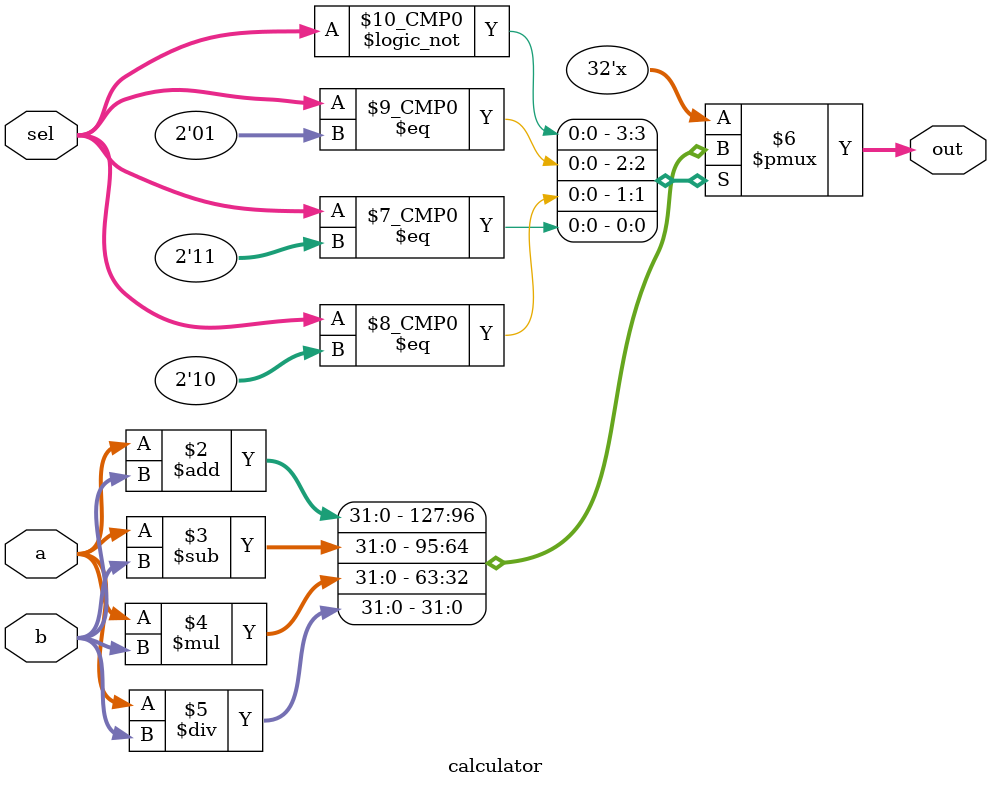
<source format=v>
`timescale 1ns / 1ps


module calculator(
    input [31:0] a,
    input [31:0] b,
    input [1:0] sel,
    output reg [31:0] out
    );
    
    always @(a,b,sel) begin
        case(sel)
        
            2'b00 : out = a + b;
            2'b01 : out = a - b;
            2'b10 : out = a * b;
            2'b11 : out = a / b;
    
        endcase 
    end
            
endmodule

</source>
